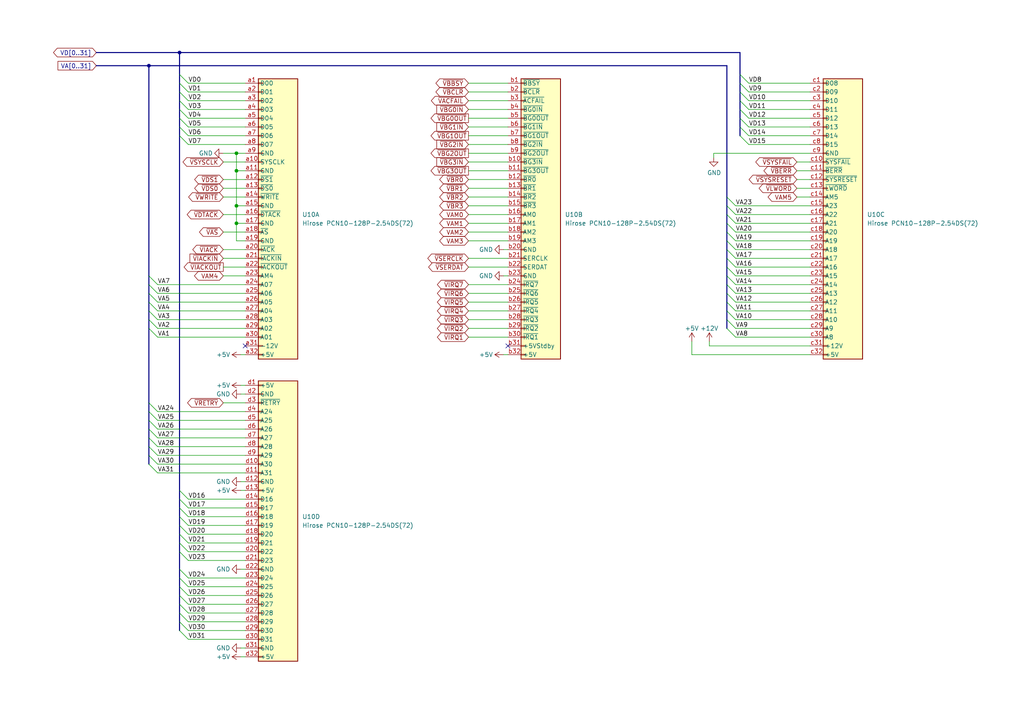
<source format=kicad_sch>
(kicad_sch (version 20230121) (generator eeschema)
  (paper "A4")
  (title_block (title "IVC-STH7") (rev "1"))
  (lib_symbols
    (symbol "Computie_Connectors:VME64-P1-4R-NS"
      (property "Reference" "U" (at 0 40.64 0))
      (property "Value" "VME64-P1-4R-NS" (at 0 40.64 0))
      (symbol "VME64-P1-4R-NS_1_1"
        (rectangle (start -1.27 -40.513) (end 0 -40.767) (stroke (width 0.1524)))
        (rectangle (start -1.27 -37.973) (end 0 -38.227) (stroke (width 0.1524)))
        (rectangle (start -1.27 -35.433) (end 0 -35.687) (stroke (width 0.1524)))
        (rectangle (start -1.27 -32.893) (end 0 -33.147) (stroke (width 0.1524)))
        (rectangle (start -1.27 -30.353) (end 0 -30.607) (stroke (width 0.1524)))
        (rectangle (start -1.27 -27.813) (end 0 -28.067) (stroke (width 0.1524)))
        (rectangle (start -1.27 -25.273) (end 0 -25.527) (stroke (width 0.1524)))
        (rectangle (start -1.27 -22.733) (end 0 -22.987) (stroke (width 0.1524)))
        (rectangle (start -1.27 -20.193) (end 0 -20.447) (stroke (width 0.1524)))
        (rectangle (start -1.27 -17.653) (end 0 -17.907) (stroke (width 0.1524)))
        (rectangle (start -1.27 -15.113) (end 0 -15.367) (stroke (width 0.1524)))
        (rectangle (start -1.27 -12.573) (end 0 -12.827) (stroke (width 0.1524)))
        (rectangle (start -1.27 -10.033) (end 0 -10.287) (stroke (width 0.1524)))
        (rectangle (start -1.27 -7.493) (end 0 -7.747) (stroke (width 0.1524)))
        (rectangle (start -1.27 -4.953) (end 0 -5.207) (stroke (width 0.1524)))
        (rectangle (start -1.27 -2.413) (end 0 -2.667) (stroke (width 0.1524)))
        (rectangle (start -1.27 0.127) (end 0 -0.127) (stroke (width 0.1524)))
        (rectangle (start -1.27 2.667) (end 0 2.413) (stroke (width 0.1524)))
        (rectangle (start -1.27 5.207) (end 0 4.953) (stroke (width 0.1524)))
        (rectangle (start -1.27 7.747) (end 0 7.493) (stroke (width 0.1524)))
        (rectangle (start -1.27 10.287) (end 0 10.033) (stroke (width 0.1524)))
        (rectangle (start -1.27 12.827) (end 0 12.573) (stroke (width 0.1524)))
        (rectangle (start -1.27 15.367) (end 0 15.113) (stroke (width 0.1524)))
        (rectangle (start -1.27 17.907) (end 0 17.653) (stroke (width 0.1524)))
        (rectangle (start -1.27 20.447) (end 0 20.193) (stroke (width 0.1524)))
        (rectangle (start -1.27 22.987) (end 0 22.733) (stroke (width 0.1524)))
        (rectangle (start -1.27 25.527) (end 0 25.273) (stroke (width 0.1524)))
        (rectangle (start -1.27 28.067) (end 0 27.813) (stroke (width 0.1524)))
        (rectangle (start -1.27 30.607) (end 0 30.353) (stroke (width 0.1524)))
        (rectangle (start -1.27 33.147) (end 0 32.893) (stroke (width 0.1524)))
        (rectangle (start -1.27 35.687) (end 0 35.433) (stroke (width 0.1524)))
        (rectangle (start -1.27 38.227) (end 0 37.973) (stroke (width 0.1524)))
        (rectangle (start -1.27 39.37) (end 10.16 -41.91) (stroke (width 0.254)) (fill (type background)))
        (pin bidirectional line (at -5.08 38.1 0) (length 3.81) (name "D00") (number "a1"))
        (pin output line (at -5.08 15.24 0) (length 3.81) (name "SYSCLK") (number "a10"))
        (pin power_in line (at -5.08 12.7 0) (length 3.81) (name "GND") (number "a11"))
        (pin bidirectional line (at -5.08 10.16 0) (length 3.81) (name "~{DS1}") (number "a12"))
        (pin bidirectional line (at -5.08 7.62 0) (length 3.81) (name "~{DS0}") (number "a13"))
        (pin bidirectional line (at -5.08 5.08 0) (length 3.81) (name "~{WRITE}") (number "a14"))
        (pin power_in line (at -5.08 2.54 0) (length 3.81) (name "GND") (number "a15"))
        (pin bidirectional line (at -5.08 0 0) (length 3.81) (name "~{DTACK}") (number "a16"))
        (pin power_in line (at -5.08 -2.54 0) (length 3.81) (name "GND") (number "a17"))
        (pin bidirectional line (at -5.08 -5.08 0) (length 3.81) (name "~{AS}") (number "a18"))
        (pin power_in line (at -5.08 -7.62 0) (length 3.81) (name "GND") (number "a19"))
        (pin bidirectional line (at -5.08 35.56 0) (length 3.81) (name "D01") (number "a2"))
        (pin bidirectional line (at -5.08 -10.16 0) (length 3.81) (name "~{IACK}") (number "a20"))
        (pin input line (at -5.08 -12.7 0) (length 3.81) (name "~{IACKIN}") (number "a21"))
        (pin output line (at -5.08 -15.24 0) (length 3.81) (name "~{IACKOUT}") (number "a22"))
        (pin bidirectional line (at -5.08 -17.78 0) (length 3.81) (name "AM4") (number "a23"))
        (pin bidirectional line (at -5.08 -20.32 0) (length 3.81) (name "A07") (number "a24"))
        (pin bidirectional line (at -5.08 -22.86 0) (length 3.81) (name "A06") (number "a25"))
        (pin bidirectional line (at -5.08 -25.4 0) (length 3.81) (name "A05") (number "a26"))
        (pin bidirectional line (at -5.08 -27.94 0) (length 3.81) (name "A04") (number "a27"))
        (pin bidirectional line (at -5.08 -30.48 0) (length 3.81) (name "A03") (number "a28"))
        (pin bidirectional line (at -5.08 -33.02 0) (length 3.81) (name "A02") (number "a29"))
        (pin bidirectional line (at -5.08 33.02 0) (length 3.81) (name "D02") (number "a3"))
        (pin bidirectional line (at -5.08 -35.56 0) (length 3.81) (name "A01") (number "a30"))
        (pin power_in line (at -5.08 -38.1 0) (length 3.81) (name "-12V") (number "a31"))
        (pin power_in line (at -5.08 -40.64 0) (length 3.81) (name "+5V") (number "a32"))
        (pin bidirectional line (at -5.08 30.48 0) (length 3.81) (name "D03") (number "a4"))
        (pin bidirectional line (at -5.08 27.94 0) (length 3.81) (name "D04") (number "a5"))
        (pin bidirectional line (at -5.08 25.4 0) (length 3.81) (name "D05") (number "a6"))
        (pin bidirectional line (at -5.08 22.86 0) (length 3.81) (name "D06") (number "a7"))
        (pin bidirectional line (at -5.08 20.32 0) (length 3.81) (name "D07") (number "a8"))
        (pin power_in line (at -5.08 17.78 0) (length 3.81) (name "GND") (number "a9"))
      )
      (symbol "VME64-P1-4R-NS_2_1"
        (rectangle (start -1.27 -40.513) (end 0 -40.767) (stroke (width 0.1524)))
        (rectangle (start -1.27 -37.973) (end 0 -38.227) (stroke (width 0.1524)))
        (rectangle (start -1.27 -35.433) (end 0 -35.687) (stroke (width 0.1524)))
        (rectangle (start -1.27 -32.893) (end 0 -33.147) (stroke (width 0.1524)))
        (rectangle (start -1.27 -30.353) (end 0 -30.607) (stroke (width 0.1524)))
        (rectangle (start -1.27 -27.813) (end 0 -28.067) (stroke (width 0.1524)))
        (rectangle (start -1.27 -25.273) (end 0 -25.527) (stroke (width 0.1524)))
        (rectangle (start -1.27 -22.733) (end 0 -22.987) (stroke (width 0.1524)))
        (rectangle (start -1.27 -20.193) (end 0 -20.447) (stroke (width 0.1524)))
        (rectangle (start -1.27 -17.653) (end 0 -17.907) (stroke (width 0.1524)))
        (rectangle (start -1.27 -15.113) (end 0 -15.367) (stroke (width 0.1524)))
        (rectangle (start -1.27 -12.573) (end 0 -12.827) (stroke (width 0.1524)))
        (rectangle (start -1.27 -10.033) (end 0 -10.287) (stroke (width 0.1524)))
        (rectangle (start -1.27 -7.493) (end 0 -7.747) (stroke (width 0.1524)))
        (rectangle (start -1.27 -4.953) (end 0 -5.207) (stroke (width 0.1524)))
        (rectangle (start -1.27 -2.413) (end 0 -2.667) (stroke (width 0.1524)))
        (rectangle (start -1.27 0.127) (end 0 -0.127) (stroke (width 0.1524)))
        (rectangle (start -1.27 2.667) (end 0 2.413) (stroke (width 0.1524)))
        (rectangle (start -1.27 5.207) (end 0 4.953) (stroke (width 0.1524)))
        (rectangle (start -1.27 7.747) (end 0 7.493) (stroke (width 0.1524)))
        (rectangle (start -1.27 10.287) (end 0 10.033) (stroke (width 0.1524)))
        (rectangle (start -1.27 12.827) (end 0 12.573) (stroke (width 0.1524)))
        (rectangle (start -1.27 15.367) (end 0 15.113) (stroke (width 0.1524)))
        (rectangle (start -1.27 17.907) (end 0 17.653) (stroke (width 0.1524)))
        (rectangle (start -1.27 20.447) (end 0 20.193) (stroke (width 0.1524)))
        (rectangle (start -1.27 22.987) (end 0 22.733) (stroke (width 0.1524)))
        (rectangle (start -1.27 25.527) (end 0 25.273) (stroke (width 0.1524)))
        (rectangle (start -1.27 28.067) (end 0 27.813) (stroke (width 0.1524)))
        (rectangle (start -1.27 30.607) (end 0 30.353) (stroke (width 0.1524)))
        (rectangle (start -1.27 33.147) (end 0 32.893) (stroke (width 0.1524)))
        (rectangle (start -1.27 35.687) (end 0 35.433) (stroke (width 0.1524)))
        (rectangle (start -1.27 38.227) (end 0 37.973) (stroke (width 0.1524)))
        (rectangle (start -1.27 39.37) (end 10.16 -41.91) (stroke (width 0.254)) (fill (type background)))
        (pin bidirectional line (at -5.08 38.1 0) (length 3.81) (name "~{BBSY}") (number "b1"))
        (pin input line (at -5.08 15.24 0) (length 3.81) (name "~{BG3IN}") (number "b10"))
        (pin output line (at -5.08 12.7 0) (length 3.81) (name "~{BG3OUT}") (number "b11"))
        (pin bidirectional line (at -5.08 10.16 0) (length 3.81) (name "~{BR0}") (number "b12"))
        (pin bidirectional line (at -5.08 7.62 0) (length 3.81) (name "~{BR1}") (number "b13"))
        (pin bidirectional line (at -5.08 5.08 0) (length 3.81) (name "~{BR2}") (number "b14"))
        (pin bidirectional line (at -5.08 2.54 0) (length 3.81) (name "~{BR3}") (number "b15"))
        (pin bidirectional line (at -5.08 0 0) (length 3.81) (name "AM0") (number "b16"))
        (pin bidirectional line (at -5.08 -2.54 0) (length 3.81) (name "AM1") (number "b17"))
        (pin bidirectional line (at -5.08 -5.08 0) (length 3.81) (name "AM2") (number "b18"))
        (pin bidirectional line (at -5.08 -7.62 0) (length 3.81) (name "AM3") (number "b19"))
        (pin bidirectional line (at -5.08 35.56 0) (length 3.81) (name "~{BCLR}") (number "b2"))
        (pin power_in line (at -5.08 -10.16 0) (length 3.81) (name "GND") (number "b20"))
        (pin bidirectional line (at -5.08 -12.7 0) (length 3.81) (name "SERCLK") (number "b21"))
        (pin bidirectional line (at -5.08 -15.24 0) (length 3.81) (name "SERDAT") (number "b22"))
        (pin power_in line (at -5.08 -17.78 0) (length 3.81) (name "GND") (number "b23"))
        (pin bidirectional line (at -5.08 -20.32 0) (length 3.81) (name "~{IRQ7}") (number "b24"))
        (pin bidirectional line (at -5.08 -22.86 0) (length 3.81) (name "~{IRQ6}") (number "b25"))
        (pin bidirectional line (at -5.08 -25.4 0) (length 3.81) (name "~{IRQ5}") (number "b26"))
        (pin bidirectional line (at -5.08 -27.94 0) (length 3.81) (name "~{IRQ4}") (number "b27"))
        (pin bidirectional line (at -5.08 -30.48 0) (length 3.81) (name "~{IRQ3}") (number "b28"))
        (pin bidirectional line (at -5.08 -33.02 0) (length 3.81) (name "~{IRQ2}") (number "b29"))
        (pin output line (at -5.08 33.02 0) (length 3.81) (name "~{ACFAIL}") (number "b3"))
        (pin bidirectional line (at -5.08 -35.56 0) (length 3.81) (name "~{IRQ1}") (number "b30"))
        (pin power_in line (at -5.08 -38.1 0) (length 3.81) (name "+5VStdby") (number "b31"))
        (pin power_in line (at -5.08 -40.64 0) (length 3.81) (name "+5V") (number "b32"))
        (pin input line (at -5.08 30.48 0) (length 3.81) (name "~{BG0IN}") (number "b4"))
        (pin output line (at -5.08 27.94 0) (length 3.81) (name "~{BG0OUT}") (number "b5"))
        (pin input line (at -5.08 25.4 0) (length 3.81) (name "~{BG1IN}") (number "b6"))
        (pin output line (at -5.08 22.86 0) (length 3.81) (name "~{BG1OUT}") (number "b7"))
        (pin input line (at -5.08 20.32 0) (length 3.81) (name "~{BG2IN}") (number "b8"))
        (pin output line (at -5.08 17.78 0) (length 3.81) (name "~{BG2OUT}") (number "b9"))
      )
      (symbol "VME64-P1-4R-NS_3_1"
        (rectangle (start -1.27 -40.513) (end 0 -40.767) (stroke (width 0.1524)))
        (rectangle (start -1.27 -37.973) (end 0 -38.227) (stroke (width 0.1524)))
        (rectangle (start -1.27 -35.433) (end 0 -35.687) (stroke (width 0.1524)))
        (rectangle (start -1.27 -32.893) (end 0 -33.147) (stroke (width 0.1524)))
        (rectangle (start -1.27 -30.353) (end 0 -30.607) (stroke (width 0.1524)))
        (rectangle (start -1.27 -27.813) (end 0 -28.067) (stroke (width 0.1524)))
        (rectangle (start -1.27 -25.273) (end 0 -25.527) (stroke (width 0.1524)))
        (rectangle (start -1.27 -22.733) (end 0 -22.987) (stroke (width 0.1524)))
        (rectangle (start -1.27 -20.193) (end 0 -20.447) (stroke (width 0.1524)))
        (rectangle (start -1.27 -17.653) (end 0 -17.907) (stroke (width 0.1524)))
        (rectangle (start -1.27 -15.113) (end 0 -15.367) (stroke (width 0.1524)))
        (rectangle (start -1.27 -12.573) (end 0 -12.827) (stroke (width 0.1524)))
        (rectangle (start -1.27 -10.033) (end 0 -10.287) (stroke (width 0.1524)))
        (rectangle (start -1.27 -7.493) (end 0 -7.747) (stroke (width 0.1524)))
        (rectangle (start -1.27 -4.953) (end 0 -5.207) (stroke (width 0.1524)))
        (rectangle (start -1.27 -2.413) (end 0 -2.667) (stroke (width 0.1524)))
        (rectangle (start -1.27 0.127) (end 0 -0.127) (stroke (width 0.1524)))
        (rectangle (start -1.27 2.667) (end 0 2.413) (stroke (width 0.1524)))
        (rectangle (start -1.27 5.207) (end 0 4.953) (stroke (width 0.1524)))
        (rectangle (start -1.27 7.747) (end 0 7.493) (stroke (width 0.1524)))
        (rectangle (start -1.27 10.287) (end 0 10.033) (stroke (width 0.1524)))
        (rectangle (start -1.27 12.827) (end 0 12.573) (stroke (width 0.1524)))
        (rectangle (start -1.27 15.367) (end 0 15.113) (stroke (width 0.1524)))
        (rectangle (start -1.27 17.907) (end 0 17.653) (stroke (width 0.1524)))
        (rectangle (start -1.27 20.447) (end 0 20.193) (stroke (width 0.1524)))
        (rectangle (start -1.27 22.987) (end 0 22.733) (stroke (width 0.1524)))
        (rectangle (start -1.27 25.527) (end 0 25.273) (stroke (width 0.1524)))
        (rectangle (start -1.27 28.067) (end 0 27.813) (stroke (width 0.1524)))
        (rectangle (start -1.27 30.607) (end 0 30.353) (stroke (width 0.1524)))
        (rectangle (start -1.27 33.147) (end 0 32.893) (stroke (width 0.1524)))
        (rectangle (start -1.27 35.687) (end 0 35.433) (stroke (width 0.1524)))
        (rectangle (start -1.27 38.227) (end 0 37.973) (stroke (width 0.1524)))
        (rectangle (start -1.27 39.37) (end 10.16 -41.91) (stroke (width 0.254)) (fill (type background)))
        (pin bidirectional line (at -5.08 38.1 0) (length 3.81) (name "D08") (number "c1"))
        (pin bidirectional line (at -5.08 15.24 0) (length 3.81) (name "~{SYSFAIL}") (number "c10"))
        (pin bidirectional line (at -5.08 12.7 0) (length 3.81) (name "~{BERR}") (number "c11"))
        (pin bidirectional line (at -5.08 10.16 0) (length 3.81) (name "~{SYSRESET}") (number "c12"))
        (pin bidirectional line (at -5.08 7.62 0) (length 3.81) (name "~{LWORD}") (number "c13"))
        (pin bidirectional line (at -5.08 5.08 0) (length 3.81) (name "AM5") (number "c14"))
        (pin bidirectional line (at -5.08 2.54 0) (length 3.81) (name "A23") (number "c15"))
        (pin bidirectional line (at -5.08 0 0) (length 3.81) (name "A22") (number "c16"))
        (pin bidirectional line (at -5.08 -2.54 0) (length 3.81) (name "A21") (number "c17"))
        (pin bidirectional line (at -5.08 -5.08 0) (length 3.81) (name "A20") (number "c18"))
        (pin bidirectional line (at -5.08 -7.62 0) (length 3.81) (name "A19") (number "c19"))
        (pin bidirectional line (at -5.08 35.56 0) (length 3.81) (name "D09") (number "c2"))
        (pin bidirectional line (at -5.08 -10.16 0) (length 3.81) (name "A18") (number "c20"))
        (pin bidirectional line (at -5.08 -12.7 0) (length 3.81) (name "A17") (number "c21"))
        (pin bidirectional line (at -5.08 -15.24 0) (length 3.81) (name "A16") (number "c22"))
        (pin bidirectional line (at -5.08 -17.78 0) (length 3.81) (name "A15") (number "c23"))
        (pin bidirectional line (at -5.08 -20.32 0) (length 3.81) (name "A14") (number "c24"))
        (pin bidirectional line (at -5.08 -22.86 0) (length 3.81) (name "A13") (number "c25"))
        (pin bidirectional line (at -5.08 -25.4 0) (length 3.81) (name "A12") (number "c26"))
        (pin bidirectional line (at -5.08 -27.94 0) (length 3.81) (name "A11") (number "c27"))
        (pin bidirectional line (at -5.08 -30.48 0) (length 3.81) (name "A10") (number "c28"))
        (pin bidirectional line (at -5.08 -33.02 0) (length 3.81) (name "A9") (number "c29"))
        (pin bidirectional line (at -5.08 33.02 0) (length 3.81) (name "D10") (number "c3"))
        (pin bidirectional line (at -5.08 -35.56 0) (length 3.81) (name "A8") (number "c30"))
        (pin power_in line (at -5.08 -38.1 0) (length 3.81) (name "+12V") (number "c31"))
        (pin power_in line (at -5.08 -40.64 0) (length 3.81) (name "+5V") (number "c32"))
        (pin bidirectional line (at -5.08 30.48 0) (length 3.81) (name "D11") (number "c4"))
        (pin bidirectional line (at -5.08 27.94 0) (length 3.81) (name "D12") (number "c5"))
        (pin bidirectional line (at -5.08 25.4 0) (length 3.81) (name "D13") (number "c6"))
        (pin bidirectional line (at -5.08 22.86 0) (length 3.81) (name "D14") (number "c7"))
        (pin bidirectional line (at -5.08 20.32 0) (length 3.81) (name "D15") (number "c8"))
        (pin power_in line (at -5.08 17.78 0) (length 3.81) (name "GND") (number "c9"))
      )
      (symbol "VME64-P1-4R-NS_4_1"
        (rectangle (start -1.27 -40.513) (end 0 -40.767) (stroke (width 0.1524)))
        (rectangle (start -1.27 -37.973) (end 0 -38.227) (stroke (width 0.1524)))
        (rectangle (start -1.27 -35.433) (end 0 -35.687) (stroke (width 0.1524)))
        (rectangle (start -1.27 -32.893) (end 0 -33.147) (stroke (width 0.1524)))
        (rectangle (start -1.27 -30.353) (end 0 -30.607) (stroke (width 0.1524)))
        (rectangle (start -1.27 -27.813) (end 0 -28.067) (stroke (width 0.1524)))
        (rectangle (start -1.27 -25.273) (end 0 -25.527) (stroke (width 0.1524)))
        (rectangle (start -1.27 -22.733) (end 0 -22.987) (stroke (width 0.1524)))
        (rectangle (start -1.27 -20.193) (end 0 -20.447) (stroke (width 0.1524)))
        (rectangle (start -1.27 -17.653) (end 0 -17.907) (stroke (width 0.1524)))
        (rectangle (start -1.27 -15.113) (end 0 -15.367) (stroke (width 0.1524)))
        (rectangle (start -1.27 -12.573) (end 0 -12.827) (stroke (width 0.1524)))
        (rectangle (start -1.27 -10.033) (end 0 -10.287) (stroke (width 0.1524)))
        (rectangle (start -1.27 -7.493) (end 0 -7.747) (stroke (width 0.1524)))
        (rectangle (start -1.27 -4.953) (end 0 -5.207) (stroke (width 0.1524)))
        (rectangle (start -1.27 -2.413) (end 0 -2.667) (stroke (width 0.1524)))
        (rectangle (start -1.27 0.127) (end 0 -0.127) (stroke (width 0.1524)))
        (rectangle (start -1.27 2.667) (end 0 2.413) (stroke (width 0.1524)))
        (rectangle (start -1.27 5.207) (end 0 4.953) (stroke (width 0.1524)))
        (rectangle (start -1.27 7.747) (end 0 7.493) (stroke (width 0.1524)))
        (rectangle (start -1.27 10.287) (end 0 10.033) (stroke (width 0.1524)))
        (rectangle (start -1.27 12.827) (end 0 12.573) (stroke (width 0.1524)))
        (rectangle (start -1.27 15.367) (end 0 15.113) (stroke (width 0.1524)))
        (rectangle (start -1.27 17.907) (end 0 17.653) (stroke (width 0.1524)))
        (rectangle (start -1.27 20.447) (end 0 20.193) (stroke (width 0.1524)))
        (rectangle (start -1.27 22.987) (end 0 22.733) (stroke (width 0.1524)))
        (rectangle (start -1.27 25.527) (end 0 25.273) (stroke (width 0.1524)))
        (rectangle (start -1.27 28.067) (end 0 27.813) (stroke (width 0.1524)))
        (rectangle (start -1.27 30.607) (end 0 30.353) (stroke (width 0.1524)))
        (rectangle (start -1.27 33.147) (end 0 32.893) (stroke (width 0.1524)))
        (rectangle (start -1.27 35.687) (end 0 35.433) (stroke (width 0.1524)))
        (rectangle (start -1.27 38.227) (end 0 37.973) (stroke (width 0.1524)))
        (rectangle (start -1.27 39.37) (end 10.16 -41.91) (stroke (width 0.254)) (fill (type background)))
        (pin power_in line (at -5.08 38.1 0) (length 3.81) (name "+5V") (number "d1"))
        (pin bidirectional line (at -5.08 15.24 0) (length 3.81) (name "A30") (number "d10"))
        (pin bidirectional line (at -5.08 12.7 0) (length 3.81) (name "A31") (number "d11"))
        (pin power_in line (at -5.08 10.16 0) (length 3.81) (name "GND") (number "d12"))
        (pin power_in line (at -5.08 7.62 0) (length 3.81) (name "+5V") (number "d13"))
        (pin bidirectional line (at -5.08 5.08 0) (length 3.81) (name "D16") (number "d14"))
        (pin bidirectional line (at -5.08 2.54 0) (length 3.81) (name "D17") (number "d15"))
        (pin bidirectional line (at -5.08 0 0) (length 3.81) (name "D18") (number "d16"))
        (pin bidirectional line (at -5.08 -2.54 0) (length 3.81) (name "D19") (number "d17"))
        (pin bidirectional line (at -5.08 -5.08 0) (length 3.81) (name "D20") (number "d18"))
        (pin bidirectional line (at -5.08 -7.62 0) (length 3.81) (name "D21") (number "d19"))
        (pin power_in line (at -5.08 35.56 0) (length 3.81) (name "GND") (number "d2"))
        (pin bidirectional line (at -5.08 -10.16 0) (length 3.81) (name "D22") (number "d20"))
        (pin bidirectional line (at -5.08 -12.7 0) (length 3.81) (name "D23") (number "d21"))
        (pin power_in line (at -5.08 -15.24 0) (length 3.81) (name "GND") (number "d22"))
        (pin bidirectional line (at -5.08 -17.78 0) (length 3.81) (name "D24") (number "d23"))
        (pin bidirectional line (at -5.08 -20.32 0) (length 3.81) (name "D25") (number "d24"))
        (pin bidirectional line (at -5.08 -22.86 0) (length 3.81) (name "D26") (number "d25"))
        (pin bidirectional line (at -5.08 -25.4 0) (length 3.81) (name "D27") (number "d26"))
        (pin bidirectional line (at -5.08 -27.94 0) (length 3.81) (name "D28") (number "d27"))
        (pin bidirectional line (at -5.08 -30.48 0) (length 3.81) (name "D29") (number "d28"))
        (pin bidirectional line (at -5.08 -33.02 0) (length 3.81) (name "D30") (number "d29"))
        (pin bidirectional line (at -5.08 33.02 0) (length 3.81) (name "~{RETRY}") (number "d3"))
        (pin bidirectional line (at -5.08 -35.56 0) (length 3.81) (name "D31") (number "d30"))
        (pin power_in line (at -5.08 -38.1 0) (length 3.81) (name "GND") (number "d31"))
        (pin power_in line (at -5.08 -40.64 0) (length 3.81) (name "+5V") (number "d32"))
        (pin bidirectional line (at -5.08 30.48 0) (length 3.81) (name "A24") (number "d4"))
        (pin bidirectional line (at -5.08 27.94 0) (length 3.81) (name "A25") (number "d5"))
        (pin bidirectional line (at -5.08 25.4 0) (length 3.81) (name "A26") (number "d6"))
        (pin bidirectional line (at -5.08 22.86 0) (length 3.81) (name "A27") (number "d7"))
        (pin bidirectional line (at -5.08 20.32 0) (length 3.81) (name "A28") (number "d8"))
        (pin bidirectional line (at -5.08 17.78 0) (length 3.81) (name "A29") (number "d9"))
      )
    )
    (symbol "power:+12V" (power) (pin_names (offset 0))
      (property "Value" "+12V" (at 0 3.556 0))
      (symbol "+12V_0_1"
        (polyline (pts (xy -0.762 1.27) (xy 0 2.54)))
        (polyline (pts (xy 0 0) (xy 0 2.54)))
        (polyline (pts (xy 0 2.54) (xy 0.762 1.27)))
      )
      (symbol "+12V_1_1"
        (pin power_in line (at 0 0 90) (length 0) hide (name "+12V") (number "1"))
      )
    )
    (symbol "power:+5V" (power) (pin_names (offset 0))
      (property "Value" "+5V" (at 0 3.556 0))
      (symbol "+5V_0_1"
        (polyline (pts (xy -0.762 1.27) (xy 0 2.54)))
        (polyline (pts (xy 0 0) (xy 0 2.54)))
        (polyline (pts (xy 0 2.54) (xy 0.762 1.27)))
      )
      (symbol "+5V_1_1"
        (pin power_in line (at 0 0 90) (length 0) hide (name "+5V") (number "1"))
      )
    )
    (symbol "power:GND" (power) (pin_names (offset 0))
      (property "Value" "GND" (at 0 -3.81 0))
      (symbol "GND_0_1"
        (polyline (pts (xy 0 0) (xy 0 -1.27) (xy 1.27 -1.27) (xy 0 -2.54) (xy -1.27 -1.27) (xy 0 -1.27)))
      )
      (symbol "GND_1_1"
        (pin power_in line (at 0 0 270) (length 0) hide (name "GND") (number "1"))
      )
    )
  )
  (junction (at 68.58 59.69))
  (junction (at 68.58 64.77))
  (junction (at 68.58 49.53))
  (junction (at 68.58 44.45))
  (junction (at 52.07 15.24))
  (junction (at 43.18 19.05))
  (no_connect (at 71.12 100.33))
  (no_connect (at 147.32 100.33))
  (bus_entry (at 217.17 24.13) (size -2.54 -2.54))
  (bus_entry (at 45.72 124.46) (size -2.54 -2.54))
  (bus_entry (at 54.61 162.56) (size -2.54 -2.54))
  (bus_entry (at 217.17 41.91) (size -2.54 -2.54))
  (bus_entry (at 54.61 36.83) (size -2.54 -2.54))
  (bus_entry (at 54.61 182.88) (size -2.54 -2.54))
  (bus_entry (at 45.72 85.09) (size -2.54 -2.54))
  (bus_entry (at 45.72 95.25) (size -2.54 -2.54))
  (bus_entry (at 213.36 62.23) (size -2.54 -2.54))
  (bus_entry (at 54.61 144.78) (size -2.54 -2.54))
  (bus_entry (at 213.36 90.17) (size -2.54 -2.54))
  (bus_entry (at 45.72 82.55) (size -2.54 -2.54))
  (bus_entry (at 54.61 177.8) (size -2.54 -2.54))
  (bus_entry (at 213.36 59.69) (size -2.54 -2.54))
  (bus_entry (at 54.61 170.18) (size -2.54 -2.54))
  (bus_entry (at 45.72 137.16) (size -2.54 -2.54))
  (bus_entry (at 213.36 95.25) (size -2.54 -2.54))
  (bus_entry (at 213.36 74.93) (size -2.54 -2.54))
  (bus_entry (at 213.36 64.77) (size -2.54 -2.54))
  (bus_entry (at 217.17 39.37) (size -2.54 -2.54))
  (bus_entry (at 213.36 69.85) (size -2.54 -2.54))
  (bus_entry (at 217.17 34.29) (size -2.54 -2.54))
  (bus_entry (at 54.61 167.64) (size -2.54 -2.54))
  (bus_entry (at 54.61 147.32) (size -2.54 -2.54))
  (bus_entry (at 54.61 157.48) (size -2.54 -2.54))
  (bus_entry (at 45.72 121.92) (size -2.54 -2.54))
  (bus_entry (at 213.36 67.31) (size -2.54 -2.54))
  (bus_entry (at 45.72 92.71) (size -2.54 -2.54))
  (bus_entry (at 45.72 134.62) (size -2.54 -2.54))
  (bus_entry (at 54.61 149.86) (size -2.54 -2.54))
  (bus_entry (at 54.61 172.72) (size -2.54 -2.54))
  (bus_entry (at 54.61 24.13) (size -2.54 -2.54))
  (bus_entry (at 217.17 29.21) (size -2.54 -2.54))
  (bus_entry (at 54.61 39.37) (size -2.54 -2.54))
  (bus_entry (at 213.36 97.79) (size -2.54 -2.54))
  (bus_entry (at 54.61 41.91) (size -2.54 -2.54))
  (bus_entry (at 54.61 160.02) (size -2.54 -2.54))
  (bus_entry (at 45.72 87.63) (size -2.54 -2.54))
  (bus_entry (at 54.61 154.94) (size -2.54 -2.54))
  (bus_entry (at 54.61 31.75) (size -2.54 -2.54))
  (bus_entry (at 54.61 175.26) (size -2.54 -2.54))
  (bus_entry (at 45.72 90.17) (size -2.54 -2.54))
  (bus_entry (at 54.61 34.29) (size -2.54 -2.54))
  (bus_entry (at 213.36 77.47) (size -2.54 -2.54))
  (bus_entry (at 54.61 180.34) (size -2.54 -2.54))
  (bus_entry (at 217.17 36.83) (size -2.54 -2.54))
  (bus_entry (at 45.72 129.54) (size -2.54 -2.54))
  (bus_entry (at 213.36 80.01) (size -2.54 -2.54))
  (bus_entry (at 213.36 72.39) (size -2.54 -2.54))
  (bus_entry (at 54.61 26.67) (size -2.54 -2.54))
  (bus_entry (at 213.36 87.63) (size -2.54 -2.54))
  (bus_entry (at 213.36 85.09) (size -2.54 -2.54))
  (bus_entry (at 45.72 127) (size -2.54 -2.54))
  (bus_entry (at 45.72 97.79) (size -2.54 -2.54))
  (bus_entry (at 217.17 26.67) (size -2.54 -2.54))
  (bus_entry (at 217.17 31.75) (size -2.54 -2.54))
  (bus_entry (at 213.36 92.71) (size -2.54 -2.54))
  (bus_entry (at 45.72 119.38) (size -2.54 -2.54))
  (bus_entry (at 45.72 132.08) (size -2.54 -2.54))
  (bus_entry (at 54.61 29.21) (size -2.54 -2.54))
  (bus_entry (at 54.61 185.42) (size -2.54 -2.54))
  (bus_entry (at 213.36 82.55) (size -2.54 -2.54))
  (bus_entry (at 54.61 152.4) (size -2.54 -2.54))
  (wire (pts (xy 54.61 39.37) (xy 71.12 39.37)))
  (bus (pts (xy 43.18 127) (xy 43.18 129.54)))
  (wire (pts (xy 64.77 46.99) (xy 71.12 46.99)))
  (wire (pts (xy 69.85 102.87) (xy 71.12 102.87)))
  (bus (pts (xy 52.07 147.32) (xy 52.07 149.86)))
  (wire (pts (xy 54.61 154.94) (xy 71.12 154.94)))
  (wire (pts (xy 71.12 114.3) (xy 69.85 114.3)))
  (wire (pts (xy 54.61 180.34) (xy 71.12 180.34)))
  (wire (pts (xy 69.85 111.76) (xy 71.12 111.76)))
  (wire (pts (xy 64.77 74.93) (xy 71.12 74.93)))
  (wire (pts (xy 68.58 44.45) (xy 68.58 49.53)))
  (bus (pts (xy 52.07 177.8) (xy 52.07 180.34)))
  (wire (pts (xy 45.72 124.46) (xy 71.12 124.46)))
  (wire (pts (xy 213.36 62.23) (xy 234.95 62.23)))
  (bus (pts (xy 210.82 19.05) (xy 210.82 57.15)))
  (bus (pts (xy 43.18 129.54) (xy 43.18 132.08)))
  (wire (pts (xy 207.01 44.45) (xy 234.95 44.45)))
  (bus (pts (xy 214.63 31.75) (xy 214.63 34.29)))
  (wire (pts (xy 71.12 44.45) (xy 68.58 44.45)))
  (wire (pts (xy 135.89 24.13) (xy 147.32 24.13)))
  (wire (pts (xy 64.77 44.45) (xy 68.58 44.45)))
  (bus (pts (xy 52.07 21.59) (xy 52.07 24.13)))
  (wire (pts (xy 68.58 59.69) (xy 71.12 59.69)))
  (bus (pts (xy 210.82 87.63) (xy 210.82 90.17)))
  (wire (pts (xy 45.72 129.54) (xy 71.12 129.54)))
  (bus (pts (xy 210.82 90.17) (xy 210.82 92.71)))
  (wire (pts (xy 205.74 100.33) (xy 234.95 100.33)))
  (wire (pts (xy 135.89 31.75) (xy 147.32 31.75)))
  (bus (pts (xy 210.82 82.55) (xy 210.82 85.09)))
  (wire (pts (xy 231.14 57.15) (xy 234.95 57.15)))
  (wire (pts (xy 135.89 87.63) (xy 147.32 87.63)))
  (bus (pts (xy 43.18 116.84) (xy 43.18 119.38)))
  (wire (pts (xy 217.17 39.37) (xy 234.95 39.37)))
  (wire (pts (xy 213.36 69.85) (xy 234.95 69.85)))
  (wire (pts (xy 213.36 92.71) (xy 234.95 92.71)))
  (wire (pts (xy 200.66 102.87) (xy 234.95 102.87)))
  (wire (pts (xy 68.58 69.85) (xy 71.12 69.85)))
  (wire (pts (xy 135.89 90.17) (xy 147.32 90.17)))
  (wire (pts (xy 213.36 85.09) (xy 234.95 85.09)))
  (bus (pts (xy 52.07 15.24) (xy 52.07 21.59)))
  (wire (pts (xy 54.61 167.64) (xy 71.12 167.64)))
  (wire (pts (xy 213.36 67.31) (xy 234.95 67.31)))
  (wire (pts (xy 213.36 72.39) (xy 234.95 72.39)))
  (wire (pts (xy 135.89 74.93) (xy 147.32 74.93)))
  (bus (pts (xy 210.82 80.01) (xy 210.82 82.55)))
  (wire (pts (xy 64.77 72.39) (xy 71.12 72.39)))
  (bus (pts (xy 52.07 170.18) (xy 52.07 172.72)))
  (wire (pts (xy 54.61 152.4) (xy 71.12 152.4)))
  (wire (pts (xy 231.14 46.99) (xy 234.95 46.99)))
  (bus (pts (xy 27.94 15.24) (xy 52.07 15.24)))
  (bus (pts (xy 210.82 64.77) (xy 210.82 67.31)))
  (bus (pts (xy 52.07 24.13) (xy 52.07 26.67)))
  (wire (pts (xy 64.77 67.31) (xy 71.12 67.31)))
  (wire (pts (xy 45.72 132.08) (xy 71.12 132.08)))
  (wire (pts (xy 45.72 134.62) (xy 71.12 134.62)))
  (wire (pts (xy 54.61 144.78) (xy 71.12 144.78)))
  (wire (pts (xy 68.58 64.77) (xy 68.58 69.85)))
  (wire (pts (xy 217.17 41.91) (xy 234.95 41.91)))
  (bus (pts (xy 43.18 95.25) (xy 43.18 92.71)))
  (wire (pts (xy 64.77 54.61) (xy 71.12 54.61)))
  (bus (pts (xy 43.18 119.38) (xy 43.18 121.92)))
  (wire (pts (xy 217.17 24.13) (xy 234.95 24.13)))
  (wire (pts (xy 45.72 92.71) (xy 71.12 92.71)))
  (wire (pts (xy 231.14 52.07) (xy 234.95 52.07)))
  (bus (pts (xy 52.07 26.67) (xy 52.07 29.21)))
  (wire (pts (xy 45.72 90.17) (xy 71.12 90.17)))
  (bus (pts (xy 52.07 142.24) (xy 52.07 144.78)))
  (wire (pts (xy 135.89 59.69) (xy 147.32 59.69)))
  (wire (pts (xy 45.72 85.09) (xy 71.12 85.09)))
  (bus (pts (xy 43.18 95.25) (xy 43.18 116.84)))
  (wire (pts (xy 54.61 41.91) (xy 71.12 41.91)))
  (wire (pts (xy 64.77 57.15) (xy 71.12 57.15)))
  (wire (pts (xy 135.89 26.67) (xy 147.32 26.67)))
  (wire (pts (xy 146.05 80.01) (xy 147.32 80.01)))
  (wire (pts (xy 217.17 34.29) (xy 234.95 34.29)))
  (bus (pts (xy 43.18 90.17) (xy 43.18 87.63)))
  (bus (pts (xy 214.63 29.21) (xy 214.63 31.75)))
  (wire (pts (xy 135.89 57.15) (xy 147.32 57.15)))
  (wire (pts (xy 54.61 162.56) (xy 71.12 162.56)))
  (wire (pts (xy 71.12 187.96) (xy 69.85 187.96)))
  (wire (pts (xy 135.89 82.55) (xy 147.32 82.55)))
  (wire (pts (xy 64.77 116.84) (xy 71.12 116.84)))
  (wire (pts (xy 135.89 69.85) (xy 147.32 69.85)))
  (wire (pts (xy 213.36 74.93) (xy 234.95 74.93)))
  (bus (pts (xy 210.82 72.39) (xy 210.82 74.93)))
  (wire (pts (xy 64.77 80.01) (xy 71.12 80.01)))
  (bus (pts (xy 52.07 167.64) (xy 52.07 170.18)))
  (bus (pts (xy 52.07 160.02) (xy 52.07 165.1)))
  (wire (pts (xy 146.05 72.39) (xy 147.32 72.39)))
  (bus (pts (xy 52.07 165.1) (xy 52.07 167.64)))
  (wire (pts (xy 213.36 80.01) (xy 234.95 80.01)))
  (wire (pts (xy 45.72 82.55) (xy 71.12 82.55)))
  (wire (pts (xy 135.89 44.45) (xy 147.32 44.45)))
  (bus (pts (xy 214.63 15.24) (xy 214.63 21.59)))
  (wire (pts (xy 135.89 52.07) (xy 147.32 52.07)))
  (wire (pts (xy 213.36 90.17) (xy 234.95 90.17)))
  (wire (pts (xy 135.89 97.79) (xy 147.32 97.79)))
  (wire (pts (xy 64.77 52.07) (xy 71.12 52.07)))
  (wire (pts (xy 71.12 64.77) (xy 68.58 64.77)))
  (wire (pts (xy 146.05 102.87) (xy 147.32 102.87)))
  (wire (pts (xy 217.17 36.83) (xy 234.95 36.83)))
  (bus (pts (xy 52.07 36.83) (xy 52.07 39.37)))
  (bus (pts (xy 43.18 19.05) (xy 210.82 19.05)))
  (wire (pts (xy 54.61 31.75) (xy 71.12 31.75)))
  (wire (pts (xy 200.66 99.06) (xy 200.66 102.87)))
  (wire (pts (xy 135.89 34.29) (xy 147.32 34.29)))
  (bus (pts (xy 210.82 57.15) (xy 210.82 59.69)))
  (wire (pts (xy 213.36 87.63) (xy 234.95 87.63)))
  (wire (pts (xy 69.85 139.7) (xy 71.12 139.7)))
  (bus (pts (xy 43.18 92.71) (xy 43.18 90.17)))
  (wire (pts (xy 231.14 54.61) (xy 234.95 54.61)))
  (wire (pts (xy 217.17 26.67) (xy 234.95 26.67)))
  (wire (pts (xy 54.61 149.86) (xy 71.12 149.86)))
  (wire (pts (xy 213.36 95.25) (xy 234.95 95.25)))
  (bus (pts (xy 43.18 82.55) (xy 43.18 85.09)))
  (wire (pts (xy 71.12 49.53) (xy 68.58 49.53)))
  (wire (pts (xy 45.72 121.92) (xy 71.12 121.92)))
  (wire (pts (xy 135.89 49.53) (xy 147.32 49.53)))
  (wire (pts (xy 135.89 64.77) (xy 147.32 64.77)))
  (wire (pts (xy 45.72 137.16) (xy 71.12 137.16)))
  (wire (pts (xy 45.72 87.63) (xy 71.12 87.63)))
  (wire (pts (xy 217.17 31.75) (xy 234.95 31.75)))
  (wire (pts (xy 54.61 172.72) (xy 71.12 172.72)))
  (bus (pts (xy 43.18 87.63) (xy 43.18 85.09)))
  (wire (pts (xy 135.89 85.09) (xy 147.32 85.09)))
  (wire (pts (xy 135.89 77.47) (xy 147.32 77.47)))
  (wire (pts (xy 64.77 77.47) (xy 71.12 77.47)))
  (bus (pts (xy 43.18 132.08) (xy 43.18 134.62)))
  (wire (pts (xy 135.89 41.91) (xy 147.32 41.91)))
  (wire (pts (xy 205.74 99.06) (xy 205.74 100.33)))
  (bus (pts (xy 214.63 34.29) (xy 214.63 36.83)))
  (wire (pts (xy 45.72 119.38) (xy 71.12 119.38)))
  (bus (pts (xy 43.18 121.92) (xy 43.18 124.46)))
  (bus (pts (xy 210.82 69.85) (xy 210.82 72.39)))
  (wire (pts (xy 54.61 29.21) (xy 71.12 29.21)))
  (wire (pts (xy 213.36 82.55) (xy 234.95 82.55)))
  (wire (pts (xy 54.61 182.88) (xy 71.12 182.88)))
  (bus (pts (xy 210.82 74.93) (xy 210.82 77.47)))
  (wire (pts (xy 135.89 67.31) (xy 147.32 67.31)))
  (wire (pts (xy 54.61 26.67) (xy 71.12 26.67)))
  (bus (pts (xy 52.07 154.94) (xy 52.07 157.48)))
  (wire (pts (xy 69.85 165.1) (xy 71.12 165.1)))
  (wire (pts (xy 135.89 62.23) (xy 147.32 62.23)))
  (wire (pts (xy 54.61 160.02) (xy 71.12 160.02)))
  (wire (pts (xy 213.36 77.47) (xy 234.95 77.47)))
  (wire (pts (xy 135.89 39.37) (xy 147.32 39.37)))
  (wire (pts (xy 54.61 36.83) (xy 71.12 36.83)))
  (bus (pts (xy 52.07 152.4) (xy 52.07 154.94)))
  (wire (pts (xy 135.89 92.71) (xy 147.32 92.71)))
  (bus (pts (xy 52.07 31.75) (xy 52.07 34.29)))
  (wire (pts (xy 54.61 170.18) (xy 71.12 170.18)))
  (bus (pts (xy 52.07 15.24) (xy 214.63 15.24)))
  (bus (pts (xy 52.07 172.72) (xy 52.07 175.26)))
  (bus (pts (xy 210.82 77.47) (xy 210.82 80.01)))
  (bus (pts (xy 52.07 144.78) (xy 52.07 147.32)))
  (bus (pts (xy 43.18 80.01) (xy 43.18 82.55)))
  (wire (pts (xy 217.17 29.21) (xy 234.95 29.21)))
  (bus (pts (xy 210.82 59.69) (xy 210.82 62.23)))
  (bus (pts (xy 52.07 180.34) (xy 52.07 182.88)))
  (wire (pts (xy 64.77 62.23) (xy 71.12 62.23)))
  (wire (pts (xy 135.89 36.83) (xy 147.32 36.83)))
  (bus (pts (xy 210.82 92.71) (xy 210.82 95.25)))
  (wire (pts (xy 45.72 95.25) (xy 71.12 95.25)))
  (wire (pts (xy 135.89 54.61) (xy 147.32 54.61)))
  (wire (pts (xy 135.89 95.25) (xy 147.32 95.25)))
  (wire (pts (xy 54.61 147.32) (xy 71.12 147.32)))
  (bus (pts (xy 52.07 175.26) (xy 52.07 177.8)))
  (bus (pts (xy 52.07 29.21) (xy 52.07 31.75)))
  (wire (pts (xy 207.01 45.72) (xy 207.01 44.45)))
  (wire (pts (xy 54.61 185.42) (xy 71.12 185.42)))
  (bus (pts (xy 210.82 62.23) (xy 210.82 64.77)))
  (wire (pts (xy 231.14 49.53) (xy 234.95 49.53)))
  (bus (pts (xy 214.63 26.67) (xy 214.63 29.21)))
  (wire (pts (xy 68.58 59.69) (xy 68.58 64.77)))
  (wire (pts (xy 45.72 127) (xy 71.12 127)))
  (wire (pts (xy 54.61 24.13) (xy 71.12 24.13)))
  (wire (pts (xy 135.89 29.21) (xy 147.32 29.21)))
  (bus (pts (xy 43.18 19.05) (xy 43.18 80.01)))
  (wire (pts (xy 213.36 64.77) (xy 234.95 64.77)))
  (bus (pts (xy 210.82 67.31) (xy 210.82 69.85)))
  (bus (pts (xy 52.07 157.48) (xy 52.07 160.02)))
  (wire (pts (xy 54.61 157.48) (xy 71.12 157.48)))
  (bus (pts (xy 214.63 24.13) (xy 214.63 26.67)))
  (bus (pts (xy 210.82 85.09) (xy 210.82 87.63)))
  (wire (pts (xy 213.36 97.79) (xy 234.95 97.79)))
  (wire (pts (xy 45.72 97.79) (xy 71.12 97.79)))
  (bus (pts (xy 214.63 36.83) (xy 214.63 39.37)))
  (bus (pts (xy 52.07 39.37) (xy 52.07 142.24)))
  (bus (pts (xy 214.63 21.59) (xy 214.63 24.13)))
  (wire (pts (xy 68.58 49.53) (xy 68.58 59.69)))
  (bus (pts (xy 43.18 124.46) (xy 43.18 127)))
  (bus (pts (xy 52.07 34.29) (xy 52.07 36.83)))
  (wire (pts (xy 213.36 59.69) (xy 234.95 59.69)))
  (wire (pts (xy 54.61 34.29) (xy 71.12 34.29)))
  (bus (pts (xy 52.07 149.86) (xy 52.07 152.4)))
  (wire (pts (xy 54.61 177.8) (xy 71.12 177.8)))
  (wire (pts (xy 135.89 46.99) (xy 147.32 46.99)))
  (wire (pts (xy 69.85 190.5) (xy 71.12 190.5)))
  (wire (pts (xy 54.61 175.26) (xy 71.12 175.26)))
  (bus (pts (xy 27.94 19.05) (xy 43.18 19.05)))
  (wire (pts (xy 69.85 142.24) (xy 71.12 142.24)))
  (label "VD26" (at 54.61 172.72 0))
  (label "VD12" (at 217.17 34.29 0))
  (label "VA17" (at 213.36 74.93 0))
  (label "VD11" (at 217.17 31.75 0))
  (label "VD30" (at 54.61 182.88 0))
  (label "VD13" (at 217.17 36.83 0))
  (label "VD25" (at 54.61 170.18 0))
  (label "VA27" (at 45.72 127 0))
  (label "VA13" (at 213.36 85.09 0))
  (label "VA4" (at 45.72 90.17 0))
  (label "VA2" (at 45.72 95.25 0))
  (label "VA11" (at 213.36 90.17 0))
  (label "VD6" (at 54.61 39.37 0))
  (label "VD2" (at 54.61 29.21 0))
  (label "VD4" (at 54.61 34.29 0))
  (label "VA8" (at 213.36 97.79 0))
  (label "VA6" (at 45.72 85.09 0))
  (label "VD23" (at 54.61 162.56 0))
  (label "VA19" (at 213.36 69.85 0))
  (label "VA25" (at 45.72 121.92 0))
  (label "VA1" (at 45.72 97.79 0))
  (label "VA31" (at 45.72 137.16 0))
  (label "VA12" (at 213.36 87.63 0))
  (label "VD16" (at 54.61 144.78 0))
  (label "VD19" (at 54.61 152.4 0))
  (label "VA21" (at 213.36 64.77 0))
  (label "VA28" (at 45.72 129.54 0))
  (label "VD7" (at 54.61 41.91 0))
  (label "VA16" (at 213.36 77.47 0))
  (label "VA18" (at 213.36 72.39 0))
  (label "VD3" (at 54.61 31.75 0))
  (label "VD28" (at 54.61 177.8 0))
  (label "VD22" (at 54.61 160.02 0))
  (label "VD5" (at 54.61 36.83 0))
  (label "VA20" (at 213.36 67.31 0))
  (label "VD15" (at 217.17 41.91 0))
  (label "VA3" (at 45.72 92.71 0))
  (label "VA9" (at 213.36 95.25 0))
  (label "VA26" (at 45.72 124.46 0))
  (label "VA22" (at 213.36 62.23 0))
  (label "VA14" (at 213.36 82.55 0))
  (label "VD21" (at 54.61 157.48 0))
  (label "VA24" (at 45.72 119.38 0))
  (label "VA23" (at 213.36 59.69 0))
  (label "VA29" (at 45.72 132.08 0))
  (label "VD10" (at 217.17 29.21 0))
  (label "VD9" (at 217.17 26.67 0))
  (label "VD8" (at 217.17 24.13 0))
  (label "VA10" (at 213.36 92.71 0))
  (label "VD0" (at 54.61 24.13 0))
  (label "VD31" (at 54.61 185.42 0))
  (label "VD14" (at 217.17 39.37 0))
  (label "VD1" (at 54.61 26.67 0))
  (label "VD20" (at 54.61 154.94 0))
  (label "VD29" (at 54.61 180.34 0))
  (label "VD24" (at 54.61 167.64 0))
  (label "VA30" (at 45.72 134.62 0))
  (label "VD17" (at 54.61 147.32 0))
  (label "VD18" (at 54.61 149.86 0))
  (label "VA7" (at 45.72 82.55 0))
  (label "VA15" (at 213.36 80.01 0))
  (label "VA5" (at 45.72 87.63 0))
  (label "VD27" (at 54.61 175.26 0))
  (global_label "~{VSYSRESET}" (shape bidirectional) (at 231.14 52.07 180) (property "Intersheetrefs" "${INTERSHEET_REFS}" (effects hide)))
  (global_label "~{VSERCLK}" (shape bidirectional) (at 135.89 74.93 180) (property "Intersheetrefs" "${INTERSHEET_REFS}" (effects hide)))
  (global_label "VD[0..31]" (shape bidirectional) (at 27.94 15.24 180) (property "Intersheetrefs" "${INTERSHEET_REFS}" (effects hide)))
  (global_label "~{VLWORD}" (shape bidirectional) (at 231.14 54.61 180) (property "Intersheetrefs" "${INTERSHEET_REFS}" (effects hide)))
  (global_label "~{VDS0}" (shape bidirectional) (at 64.77 54.61 180) (property "Intersheetrefs" "${INTERSHEET_REFS}" (effects hide)))
  (global_label "~{VBG1IN}" (shape input) (at 135.89 36.83 180) (property "Intersheetrefs" "${INTERSHEET_REFS}" (effects hide)))
  (global_label "~{VBR0}" (shape bidirectional) (at 135.89 52.07 180) (property "Intersheetrefs" "${INTERSHEET_REFS}" (effects hide)))
  (global_label "~{VBCLR}" (shape bidirectional) (at 135.89 26.67 180) (property "Intersheetrefs" "${INTERSHEET_REFS}" (effects hide)))
  (global_label "~{VDTACK}" (shape bidirectional) (at 64.77 62.23 180) (property "Intersheetrefs" "${INTERSHEET_REFS}" (effects hide)))
  (global_label "~{VBR2}" (shape bidirectional) (at 135.89 57.15 180) (property "Intersheetrefs" "${INTERSHEET_REFS}" (effects hide)))
  (global_label "~{VBERR}" (shape bidirectional) (at 231.14 49.53 180) (property "Intersheetrefs" "${INTERSHEET_REFS}" (effects hide)))
  (global_label "~{VIRQ3}" (shape bidirectional) (at 135.89 92.71 180) (property "Intersheetrefs" "${INTERSHEET_REFS}" (effects hide)))
  (global_label "~{VIRQ7}" (shape bidirectional) (at 135.89 82.55 180) (property "Intersheetrefs" "${INTERSHEET_REFS}" (effects hide)))
  (global_label "~{VIRQ6}" (shape bidirectional) (at 135.89 85.09 180) (property "Intersheetrefs" "${INTERSHEET_REFS}" (effects hide)))
  (global_label "~{VBG0OUT}" (shape output) (at 135.89 34.29 180) (property "Intersheetrefs" "${INTERSHEET_REFS}" (effects hide)))
  (global_label "VAM5" (shape bidirectional) (at 231.14 57.15 180) (property "Intersheetrefs" "${INTERSHEET_REFS}" (effects hide)))
  (global_label "VAM4" (shape bidirectional) (at 64.77 80.01 180) (property "Intersheetrefs" "${INTERSHEET_REFS}" (effects hide)))
  (global_label "~{VBR1}" (shape bidirectional) (at 135.89 54.61 180) (property "Intersheetrefs" "${INTERSHEET_REFS}" (effects hide)))
  (global_label "~{VBG2IN}" (shape input) (at 135.89 41.91 180) (property "Intersheetrefs" "${INTERSHEET_REFS}" (effects hide)))
  (global_label "~{VIACKOUT}" (shape output) (at 64.77 77.47 180) (property "Intersheetrefs" "${INTERSHEET_REFS}" (effects hide)))
  (global_label "~{VIRQ4}" (shape bidirectional) (at 135.89 90.17 180) (property "Intersheetrefs" "${INTERSHEET_REFS}" (effects hide)))
  (global_label "~{VBG2OUT}" (shape output) (at 135.89 44.45 180) (property "Intersheetrefs" "${INTERSHEET_REFS}" (effects hide)))
  (global_label "~{VBBSY}" (shape bidirectional) (at 135.89 24.13 180) (property "Intersheetrefs" "${INTERSHEET_REFS}" (effects hide)))
  (global_label "VAM3" (shape bidirectional) (at 135.89 69.85 180) (property "Intersheetrefs" "${INTERSHEET_REFS}" (effects hide)))
  (global_label "~{VBG3IN}" (shape input) (at 135.89 46.99 180) (property "Intersheetrefs" "${INTERSHEET_REFS}" (effects hide)))
  (global_label "~{VAS}" (shape bidirectional) (at 64.77 67.31 180) (property "Intersheetrefs" "${INTERSHEET_REFS}" (effects hide)))
  (global_label "VAM0" (shape bidirectional) (at 135.89 62.23 180) (property "Intersheetrefs" "${INTERSHEET_REFS}" (effects hide)))
  (global_label "~{VIACKIN}" (shape input) (at 64.77 74.93 180) (property "Intersheetrefs" "${INTERSHEET_REFS}" (effects hide)))
  (global_label "~{VSYSFAIL}" (shape bidirectional) (at 231.14 46.99 180) (property "Intersheetrefs" "${INTERSHEET_REFS}" (effects hide)))
  (global_label "~{VACFAIL}" (shape bidirectional) (at 135.89 29.21 180) (property "Intersheetrefs" "${INTERSHEET_REFS}" (effects hide)))
  (global_label "VAM1" (shape bidirectional) (at 135.89 64.77 180) (property "Intersheetrefs" "${INTERSHEET_REFS}" (effects hide)))
  (global_label "~{VSYSCLK}" (shape bidirectional) (at 64.77 46.99 180) (property "Intersheetrefs" "${INTERSHEET_REFS}" (effects hide)))
  (global_label "~{VIACK}" (shape bidirectional) (at 64.77 72.39 180) (property "Intersheetrefs" "${INTERSHEET_REFS}" (effects hide)))
  (global_label "~{VBG1OUT}" (shape output) (at 135.89 39.37 180) (property "Intersheetrefs" "${INTERSHEET_REFS}" (effects hide)))
  (global_label "VAM2" (shape bidirectional) (at 135.89 67.31 180) (property "Intersheetrefs" "${INTERSHEET_REFS}" (effects hide)))
  (global_label "~{VIRQ1}" (shape bidirectional) (at 135.89 97.79 180) (property "Intersheetrefs" "${INTERSHEET_REFS}" (effects hide)))
  (global_label "~{VDS1}" (shape bidirectional) (at 64.77 52.07 180) (property "Intersheetrefs" "${INTERSHEET_REFS}" (effects hide)))
  (global_label "~{VWRITE}" (shape bidirectional) (at 64.77 57.15 180) (property "Intersheetrefs" "${INTERSHEET_REFS}" (effects hide)))
  (global_label "~{VBG3OUT}" (shape output) (at 135.89 49.53 180) (property "Intersheetrefs" "${INTERSHEET_REFS}" (effects hide)))
  (global_label "VA[0..31]" (shape input) (at 27.94 19.05 180) (property "Intersheetrefs" "${INTERSHEET_REFS}" (effects hide)))
  (global_label "~{VBG0IN}" (shape input) (at 135.89 31.75 180) (property "Intersheetrefs" "${INTERSHEET_REFS}" (effects hide)))
  (global_label "~{VIRQ2}" (shape bidirectional) (at 135.89 95.25 180) (property "Intersheetrefs" "${INTERSHEET_REFS}" (effects hide)))
  (global_label "~{VBR3}" (shape bidirectional) (at 135.89 59.69 180) (property "Intersheetrefs" "${INTERSHEET_REFS}" (effects hide)))
  (global_label "~{VRETRY}" (shape bidirectional) (at 64.77 116.84 180) (property "Intersheetrefs" "${INTERSHEET_REFS}" (effects hide)))
  (global_label "~{VSERDAT}" (shape bidirectional) (at 135.89 77.47 180) (property "Intersheetrefs" "${INTERSHEET_REFS}" (effects hide)))
  (global_label "~{VIRQ5}" (shape bidirectional) (at 135.89 87.63 180) (property "Intersheetrefs" "${INTERSHEET_REFS}" (effects hide)))
  (symbol (lib_id "power:GND") (at 69.85 114.3 270) (unit 1)
    (property "Reference" "#PWR032" (effects hide))
    (property "Value" "GND" (at 64.77 114.3 90))
    (instances (project "IVC-STH7" (path "" (reference "#PWR032") (unit 1)) (path "" (reference "#PWR097") (unit 1))) (project "k30-SBC" (path "" (reference "#PWR032") (unit 1))))
  )
  (symbol (lib_id "power:+5V") (at 69.85 190.5 90) (unit 1)
    (property "Reference" "#PWR019" (effects hide))
    (property "Value" "+5V" (at 64.77 190.5 90))
    (instances (project "Fidget" (path "" (reference "#PWR019") (unit 1))) (project "IVC-STH7" (path "" (reference "#PWR03") (unit 1)) (path "" (reference "#PWR0102") (unit 1))))
  )
  (symbol (lib_id "power:GND") (at 64.77 44.45 270) (unit 1)
    (property "Reference" "#PWR032" (effects hide))
    (property "Value" "GND" (at 59.69 44.45 90))
    (instances (project "IVC-STH7" (path "" (reference "#PWR032") (unit 1)) (path "" (reference "#PWR094") (unit 1))) (project "k30-SBC" (path "" (reference "#PWR032") (unit 1))))
  )
  (symbol (lib_id "power:GND") (at 207.01 45.72 0) (unit 1)
    (property "Reference" "#PWR032" (effects hide))
    (property "Value" "GND" (at 207.137 50.1142 0))
    (instances (project "IVC-STH7" (path "" (reference "#PWR032") (unit 1)) (path "" (reference "#PWR0108") (unit 1))) (project "k30-SBC" (path "" (reference "#PWR032") (unit 1))))
  )
  (symbol (lib_id "power:GND") (at 146.05 80.01 270) (unit 1)
    (property "Reference" "#PWR032" (effects hide))
    (property "Value" "GND" (at 140.97 80.01 90))
    (instances (project "IVC-STH7" (path "" (reference "#PWR032") (unit 1)) (path "" (reference "#PWR0104") (unit 1))) (project "k30-SBC" (path "" (reference "#PWR032") (unit 1))))
  )
  (symbol (lib_id "power:+5V") (at 146.05 102.87 90) (unit 1)
    (property "Reference" "#PWR019" (effects hide))
    (property "Value" "+5V" (at 140.97 102.87 90))
    (instances (project "Fidget" (path "" (reference "#PWR019") (unit 1))) (project "IVC-STH7" (path "" (reference "#PWR03") (unit 1)) (path "" (reference "#PWR0105") (unit 1))))
  )
  (symbol (lib_id "Computie_Connectors:VME64-P1-4R-NS") (at 76.2 149.86 0) (unit 4)
    (property "Reference" "U10" (at 87.63 149.86 0) (effects (justify left)))
    (property "Value" "Hirose PCN10-128P-2.54DS(72)" (at 87.63 152.4 0) (effects (justify left)))
    (property "Footprint" "Computie_Connectors:DIN41612_C_4x32_Male_Horizontal_THT" (effects hide))
  )
  (symbol (lib_id "power:+5V") (at 200.66 99.06 0) (unit 1)
    (property "Reference" "#PWR019" (effects hide))
    (property "Value" "+5V" (at 200.66 95.25 0))
    (instances (project "Fidget" (path "" (reference "#PWR019") (unit 1))) (project "IVC-STH7" (path "" (reference "#PWR03") (unit 1)) (path "" (reference "#PWR0106") (unit 1))))
  )
  (symbol (lib_id "power:+12V") (at 205.74 99.06 0) (unit 1)
    (property "Reference" "#PWR0107" (effects hide))
    (property "Value" "+12V" (at 205.74 95.25 0))
  )
  (symbol (lib_id "Computie_Connectors:VME64-P1-4R-NS") (at 76.2 62.23 0) (unit 1)
    (property "Reference" "U10" (at 87.63 62.23 0) (effects (justify left)))
    (property "Value" "Hirose PCN10-128P-2.54DS(72)" (at 87.63 64.77 0) (effects (justify left)))
    (property "Footprint" "Computie_Connectors:DIN41612_C_4x32_Male_Horizontal_THT" (effects hide))
  )
  (symbol (lib_id "power:GND") (at 146.05 72.39 270) (unit 1)
    (property "Reference" "#PWR032" (effects hide))
    (property "Value" "GND" (at 140.97 72.39 90))
    (instances (project "IVC-STH7" (path "" (reference "#PWR032") (unit 1)) (path "" (reference "#PWR0103") (unit 1))) (project "k30-SBC" (path "" (reference "#PWR032") (unit 1))))
  )
  (symbol (lib_id "power:+5V") (at 69.85 111.76 90) (unit 1)
    (property "Reference" "#PWR019" (effects hide))
    (property "Value" "+5V" (at 64.77 111.76 90))
    (instances (project "Fidget" (path "" (reference "#PWR019") (unit 1))) (project "IVC-STH7" (path "" (reference "#PWR03") (unit 1)) (path "" (reference "#PWR096") (unit 1))))
  )
  (symbol (lib_id "power:GND") (at 69.85 187.96 270) (unit 1)
    (property "Reference" "#PWR032" (effects hide))
    (property "Value" "GND" (at 64.77 187.96 90))
    (instances (project "IVC-STH7" (path "" (reference "#PWR032") (unit 1)) (path "" (reference "#PWR0101") (unit 1))) (project "k30-SBC" (path "" (reference "#PWR032") (unit 1))))
  )
  (symbol (lib_id "power:+5V") (at 69.85 102.87 90) (unit 1)
    (property "Reference" "#PWR019" (effects hide))
    (property "Value" "+5V" (at 64.77 102.87 90))
    (instances (project "Fidget" (path "" (reference "#PWR019") (unit 1))) (project "IVC-STH7" (path "" (reference "#PWR03") (unit 1)) (path "" (reference "#PWR095") (unit 1))))
  )
  (symbol (lib_id "power:+5V") (at 69.85 142.24 90) (unit 1)
    (property "Reference" "#PWR019" (effects hide))
    (property "Value" "+5V" (at 64.77 142.24 90))
    (instances (project "Fidget" (path "" (reference "#PWR019") (unit 1))) (project "IVC-STH7" (path "" (reference "#PWR03") (unit 1)) (path "" (reference "#PWR099") (unit 1))))
  )
  (symbol (lib_id "power:GND") (at 69.85 165.1 270) (unit 1)
    (property "Reference" "#PWR032" (effects hide))
    (property "Value" "GND" (at 64.77 165.1 90))
    (instances (project "IVC-STH7" (path "" (reference "#PWR032") (unit 1)) (path "" (reference "#PWR0100") (unit 1))) (project "k30-SBC" (path "" (reference "#PWR032") (unit 1))))
  )
  (symbol (lib_id "power:GND") (at 69.85 139.7 270) (unit 1)
    (property "Reference" "#PWR032" (effects hide))
    (property "Value" "GND" (at 64.77 139.7 90))
    (instances (project "IVC-STH7" (path "" (reference "#PWR032") (unit 1)) (path "" (reference "#PWR098") (unit 1))) (project "k30-SBC" (path "" (reference "#PWR032") (unit 1))))
  )
  (symbol (lib_id "Computie_Connectors:VME64-P1-4R-NS") (at 240.03 62.23 0) (unit 3)
    (property "Reference" "U10" (at 251.46 62.23 0) (effects (justify left)))
    (property "Value" "Hirose PCN10-128P-2.54DS(72)" (at 251.46 64.77 0) (effects (justify left)))
    (property "Footprint" "Computie_Connectors:DIN41612_C_4x32_Male_Horizontal_THT" (effects hide))
  )
  (symbol (lib_id "Computie_Connectors:VME64-P1-4R-NS") (at 152.4 62.23 0) (unit 2)
    (property "Reference" "U10" (at 163.83 62.23 0) (effects (justify left)))
    (property "Value" "Hirose PCN10-128P-2.54DS(72)" (at 163.83 64.77 0) (effects (justify left)))
    (property "Footprint" "Computie_Connectors:DIN41612_C_4x32_Male_Horizontal_THT" (effects hide))
  )
)
</source>
